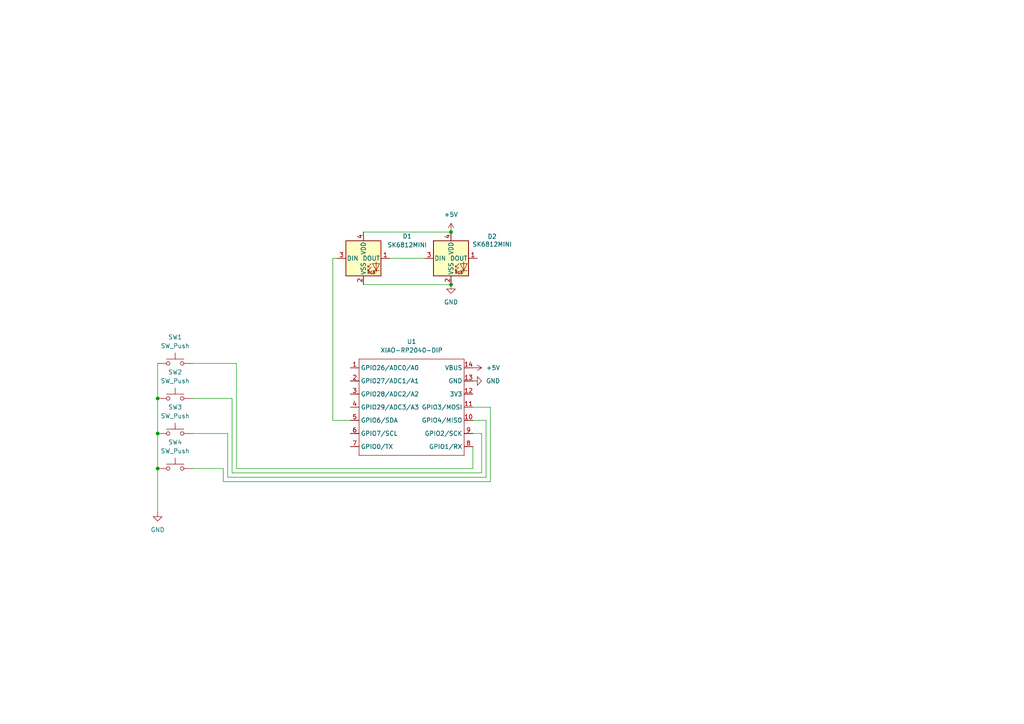
<source format=kicad_sch>
(kicad_sch
	(version 20250114)
	(generator "eeschema")
	(generator_version "9.0")
	(uuid "4079d1d6-68c1-4397-a97b-722c9ce8422f")
	(paper "A4")
	(lib_symbols
		(symbol "LED:SK6812MINI"
			(pin_names
				(offset 0.254)
			)
			(exclude_from_sim no)
			(in_bom yes)
			(on_board yes)
			(property "Reference" "D"
				(at 5.08 5.715 0)
				(effects
					(font
						(size 1.27 1.27)
					)
					(justify right bottom)
				)
			)
			(property "Value" "SK6812MINI"
				(at 1.27 -5.715 0)
				(effects
					(font
						(size 1.27 1.27)
					)
					(justify left top)
				)
			)
			(property "Footprint" "LED_SMD:LED_SK6812MINI_PLCC4_3.5x3.5mm_P1.75mm"
				(at 1.27 -7.62 0)
				(effects
					(font
						(size 1.27 1.27)
					)
					(justify left top)
					(hide yes)
				)
			)
			(property "Datasheet" "https://cdn-shop.adafruit.com/product-files/2686/SK6812MINI_REV.01-1-2.pdf"
				(at 2.54 -9.525 0)
				(effects
					(font
						(size 1.27 1.27)
					)
					(justify left top)
					(hide yes)
				)
			)
			(property "Description" "RGB LED with integrated controller"
				(at 0 0 0)
				(effects
					(font
						(size 1.27 1.27)
					)
					(hide yes)
				)
			)
			(property "ki_keywords" "RGB LED NeoPixel Mini addressable"
				(at 0 0 0)
				(effects
					(font
						(size 1.27 1.27)
					)
					(hide yes)
				)
			)
			(property "ki_fp_filters" "LED*SK6812MINI*PLCC*3.5x3.5mm*P1.75mm*"
				(at 0 0 0)
				(effects
					(font
						(size 1.27 1.27)
					)
					(hide yes)
				)
			)
			(symbol "SK6812MINI_0_0"
				(text "RGB"
					(at 2.286 -4.191 0)
					(effects
						(font
							(size 0.762 0.762)
						)
					)
				)
			)
			(symbol "SK6812MINI_0_1"
				(polyline
					(pts
						(xy 1.27 -2.54) (xy 1.778 -2.54)
					)
					(stroke
						(width 0)
						(type default)
					)
					(fill
						(type none)
					)
				)
				(polyline
					(pts
						(xy 1.27 -3.556) (xy 1.778 -3.556)
					)
					(stroke
						(width 0)
						(type default)
					)
					(fill
						(type none)
					)
				)
				(polyline
					(pts
						(xy 2.286 -1.524) (xy 1.27 -2.54) (xy 1.27 -2.032)
					)
					(stroke
						(width 0)
						(type default)
					)
					(fill
						(type none)
					)
				)
				(polyline
					(pts
						(xy 2.286 -2.54) (xy 1.27 -3.556) (xy 1.27 -3.048)
					)
					(stroke
						(width 0)
						(type default)
					)
					(fill
						(type none)
					)
				)
				(polyline
					(pts
						(xy 3.683 -1.016) (xy 3.683 -3.556) (xy 3.683 -4.064)
					)
					(stroke
						(width 0)
						(type default)
					)
					(fill
						(type none)
					)
				)
				(polyline
					(pts
						(xy 4.699 -1.524) (xy 2.667 -1.524) (xy 3.683 -3.556) (xy 4.699 -1.524)
					)
					(stroke
						(width 0)
						(type default)
					)
					(fill
						(type none)
					)
				)
				(polyline
					(pts
						(xy 4.699 -3.556) (xy 2.667 -3.556)
					)
					(stroke
						(width 0)
						(type default)
					)
					(fill
						(type none)
					)
				)
				(rectangle
					(start 5.08 5.08)
					(end -5.08 -5.08)
					(stroke
						(width 0.254)
						(type default)
					)
					(fill
						(type background)
					)
				)
			)
			(symbol "SK6812MINI_1_1"
				(pin input line
					(at -7.62 0 0)
					(length 2.54)
					(name "DIN"
						(effects
							(font
								(size 1.27 1.27)
							)
						)
					)
					(number "3"
						(effects
							(font
								(size 1.27 1.27)
							)
						)
					)
				)
				(pin power_in line
					(at 0 7.62 270)
					(length 2.54)
					(name "VDD"
						(effects
							(font
								(size 1.27 1.27)
							)
						)
					)
					(number "4"
						(effects
							(font
								(size 1.27 1.27)
							)
						)
					)
				)
				(pin power_in line
					(at 0 -7.62 90)
					(length 2.54)
					(name "VSS"
						(effects
							(font
								(size 1.27 1.27)
							)
						)
					)
					(number "2"
						(effects
							(font
								(size 1.27 1.27)
							)
						)
					)
				)
				(pin output line
					(at 7.62 0 180)
					(length 2.54)
					(name "DOUT"
						(effects
							(font
								(size 1.27 1.27)
							)
						)
					)
					(number "1"
						(effects
							(font
								(size 1.27 1.27)
							)
						)
					)
				)
			)
			(embedded_fonts no)
		)
		(symbol "Seeed_Studio_XIAO_Series:XIAO-RP2040-DIP"
			(exclude_from_sim no)
			(in_bom yes)
			(on_board yes)
			(property "Reference" "U"
				(at 0 0 0)
				(effects
					(font
						(size 1.27 1.27)
					)
				)
			)
			(property "Value" "XIAO-RP2040-DIP"
				(at 5.334 -1.778 0)
				(effects
					(font
						(size 1.27 1.27)
					)
				)
			)
			(property "Footprint" "Module:MOUDLE14P-XIAO-DIP-SMD"
				(at 14.478 -32.258 0)
				(effects
					(font
						(size 1.27 1.27)
					)
					(hide yes)
				)
			)
			(property "Datasheet" ""
				(at 0 0 0)
				(effects
					(font
						(size 1.27 1.27)
					)
					(hide yes)
				)
			)
			(property "Description" ""
				(at 0 0 0)
				(effects
					(font
						(size 1.27 1.27)
					)
					(hide yes)
				)
			)
			(symbol "XIAO-RP2040-DIP_1_0"
				(polyline
					(pts
						(xy -1.27 -2.54) (xy 29.21 -2.54)
					)
					(stroke
						(width 0.1524)
						(type solid)
					)
					(fill
						(type none)
					)
				)
				(polyline
					(pts
						(xy -1.27 -5.08) (xy -2.54 -5.08)
					)
					(stroke
						(width 0.1524)
						(type solid)
					)
					(fill
						(type none)
					)
				)
				(polyline
					(pts
						(xy -1.27 -5.08) (xy -1.27 -2.54)
					)
					(stroke
						(width 0.1524)
						(type solid)
					)
					(fill
						(type none)
					)
				)
				(polyline
					(pts
						(xy -1.27 -8.89) (xy -2.54 -8.89)
					)
					(stroke
						(width 0.1524)
						(type solid)
					)
					(fill
						(type none)
					)
				)
				(polyline
					(pts
						(xy -1.27 -8.89) (xy -1.27 -5.08)
					)
					(stroke
						(width 0.1524)
						(type solid)
					)
					(fill
						(type none)
					)
				)
				(polyline
					(pts
						(xy -1.27 -12.7) (xy -2.54 -12.7)
					)
					(stroke
						(width 0.1524)
						(type solid)
					)
					(fill
						(type none)
					)
				)
				(polyline
					(pts
						(xy -1.27 -12.7) (xy -1.27 -8.89)
					)
					(stroke
						(width 0.1524)
						(type solid)
					)
					(fill
						(type none)
					)
				)
				(polyline
					(pts
						(xy -1.27 -16.51) (xy -2.54 -16.51)
					)
					(stroke
						(width 0.1524)
						(type solid)
					)
					(fill
						(type none)
					)
				)
				(polyline
					(pts
						(xy -1.27 -16.51) (xy -1.27 -12.7)
					)
					(stroke
						(width 0.1524)
						(type solid)
					)
					(fill
						(type none)
					)
				)
				(polyline
					(pts
						(xy -1.27 -20.32) (xy -2.54 -20.32)
					)
					(stroke
						(width 0.1524)
						(type solid)
					)
					(fill
						(type none)
					)
				)
				(polyline
					(pts
						(xy -1.27 -24.13) (xy -2.54 -24.13)
					)
					(stroke
						(width 0.1524)
						(type solid)
					)
					(fill
						(type none)
					)
				)
				(polyline
					(pts
						(xy -1.27 -27.94) (xy -2.54 -27.94)
					)
					(stroke
						(width 0.1524)
						(type solid)
					)
					(fill
						(type none)
					)
				)
				(polyline
					(pts
						(xy -1.27 -30.48) (xy -1.27 -16.51)
					)
					(stroke
						(width 0.1524)
						(type solid)
					)
					(fill
						(type none)
					)
				)
				(polyline
					(pts
						(xy 29.21 -2.54) (xy 29.21 -5.08)
					)
					(stroke
						(width 0.1524)
						(type solid)
					)
					(fill
						(type none)
					)
				)
				(polyline
					(pts
						(xy 29.21 -5.08) (xy 29.21 -8.89)
					)
					(stroke
						(width 0.1524)
						(type solid)
					)
					(fill
						(type none)
					)
				)
				(polyline
					(pts
						(xy 29.21 -8.89) (xy 29.21 -12.7)
					)
					(stroke
						(width 0.1524)
						(type solid)
					)
					(fill
						(type none)
					)
				)
				(polyline
					(pts
						(xy 29.21 -12.7) (xy 29.21 -30.48)
					)
					(stroke
						(width 0.1524)
						(type solid)
					)
					(fill
						(type none)
					)
				)
				(polyline
					(pts
						(xy 29.21 -30.48) (xy -1.27 -30.48)
					)
					(stroke
						(width 0.1524)
						(type solid)
					)
					(fill
						(type none)
					)
				)
				(polyline
					(pts
						(xy 30.48 -5.08) (xy 29.21 -5.08)
					)
					(stroke
						(width 0.1524)
						(type solid)
					)
					(fill
						(type none)
					)
				)
				(polyline
					(pts
						(xy 30.48 -8.89) (xy 29.21 -8.89)
					)
					(stroke
						(width 0.1524)
						(type solid)
					)
					(fill
						(type none)
					)
				)
				(polyline
					(pts
						(xy 30.48 -12.7) (xy 29.21 -12.7)
					)
					(stroke
						(width 0.1524)
						(type solid)
					)
					(fill
						(type none)
					)
				)
				(polyline
					(pts
						(xy 30.48 -16.51) (xy 29.21 -16.51)
					)
					(stroke
						(width 0.1524)
						(type solid)
					)
					(fill
						(type none)
					)
				)
				(polyline
					(pts
						(xy 30.48 -20.32) (xy 29.21 -20.32)
					)
					(stroke
						(width 0.1524)
						(type solid)
					)
					(fill
						(type none)
					)
				)
				(polyline
					(pts
						(xy 30.48 -24.13) (xy 29.21 -24.13)
					)
					(stroke
						(width 0.1524)
						(type solid)
					)
					(fill
						(type none)
					)
				)
				(polyline
					(pts
						(xy 30.48 -27.94) (xy 29.21 -27.94)
					)
					(stroke
						(width 0.1524)
						(type solid)
					)
					(fill
						(type none)
					)
				)
				(pin passive line
					(at -3.81 -5.08 0)
					(length 2.54)
					(name "GPIO26/ADC0/A0"
						(effects
							(font
								(size 1.27 1.27)
							)
						)
					)
					(number "1"
						(effects
							(font
								(size 1.27 1.27)
							)
						)
					)
				)
				(pin passive line
					(at -3.81 -8.89 0)
					(length 2.54)
					(name "GPIO27/ADC1/A1"
						(effects
							(font
								(size 1.27 1.27)
							)
						)
					)
					(number "2"
						(effects
							(font
								(size 1.27 1.27)
							)
						)
					)
				)
				(pin passive line
					(at -3.81 -12.7 0)
					(length 2.54)
					(name "GPIO28/ADC2/A2"
						(effects
							(font
								(size 1.27 1.27)
							)
						)
					)
					(number "3"
						(effects
							(font
								(size 1.27 1.27)
							)
						)
					)
				)
				(pin passive line
					(at -3.81 -16.51 0)
					(length 2.54)
					(name "GPIO29/ADC3/A3"
						(effects
							(font
								(size 1.27 1.27)
							)
						)
					)
					(number "4"
						(effects
							(font
								(size 1.27 1.27)
							)
						)
					)
				)
				(pin passive line
					(at -3.81 -20.32 0)
					(length 2.54)
					(name "GPIO6/SDA"
						(effects
							(font
								(size 1.27 1.27)
							)
						)
					)
					(number "5"
						(effects
							(font
								(size 1.27 1.27)
							)
						)
					)
				)
				(pin passive line
					(at -3.81 -24.13 0)
					(length 2.54)
					(name "GPIO7/SCL"
						(effects
							(font
								(size 1.27 1.27)
							)
						)
					)
					(number "6"
						(effects
							(font
								(size 1.27 1.27)
							)
						)
					)
				)
				(pin passive line
					(at -3.81 -27.94 0)
					(length 2.54)
					(name "GPIO0/TX"
						(effects
							(font
								(size 1.27 1.27)
							)
						)
					)
					(number "7"
						(effects
							(font
								(size 1.27 1.27)
							)
						)
					)
				)
				(pin passive line
					(at 31.75 -5.08 180)
					(length 2.54)
					(name "VBUS"
						(effects
							(font
								(size 1.27 1.27)
							)
						)
					)
					(number "14"
						(effects
							(font
								(size 1.27 1.27)
							)
						)
					)
				)
				(pin passive line
					(at 31.75 -8.89 180)
					(length 2.54)
					(name "GND"
						(effects
							(font
								(size 1.27 1.27)
							)
						)
					)
					(number "13"
						(effects
							(font
								(size 1.27 1.27)
							)
						)
					)
				)
				(pin passive line
					(at 31.75 -12.7 180)
					(length 2.54)
					(name "3V3"
						(effects
							(font
								(size 1.27 1.27)
							)
						)
					)
					(number "12"
						(effects
							(font
								(size 1.27 1.27)
							)
						)
					)
				)
				(pin passive line
					(at 31.75 -16.51 180)
					(length 2.54)
					(name "GPIO3/MOSI"
						(effects
							(font
								(size 1.27 1.27)
							)
						)
					)
					(number "11"
						(effects
							(font
								(size 1.27 1.27)
							)
						)
					)
				)
				(pin passive line
					(at 31.75 -20.32 180)
					(length 2.54)
					(name "GPIO4/MISO"
						(effects
							(font
								(size 1.27 1.27)
							)
						)
					)
					(number "10"
						(effects
							(font
								(size 1.27 1.27)
							)
						)
					)
				)
				(pin passive line
					(at 31.75 -24.13 180)
					(length 2.54)
					(name "GPIO2/SCK"
						(effects
							(font
								(size 1.27 1.27)
							)
						)
					)
					(number "9"
						(effects
							(font
								(size 1.27 1.27)
							)
						)
					)
				)
				(pin passive line
					(at 31.75 -27.94 180)
					(length 2.54)
					(name "GPIO1/RX"
						(effects
							(font
								(size 1.27 1.27)
							)
						)
					)
					(number "8"
						(effects
							(font
								(size 1.27 1.27)
							)
						)
					)
				)
			)
			(embedded_fonts no)
		)
		(symbol "Switch:SW_Push"
			(pin_numbers
				(hide yes)
			)
			(pin_names
				(offset 1.016)
				(hide yes)
			)
			(exclude_from_sim no)
			(in_bom yes)
			(on_board yes)
			(property "Reference" "SW"
				(at 1.27 2.54 0)
				(effects
					(font
						(size 1.27 1.27)
					)
					(justify left)
				)
			)
			(property "Value" "SW_Push"
				(at 0 -1.524 0)
				(effects
					(font
						(size 1.27 1.27)
					)
				)
			)
			(property "Footprint" ""
				(at 0 5.08 0)
				(effects
					(font
						(size 1.27 1.27)
					)
					(hide yes)
				)
			)
			(property "Datasheet" "~"
				(at 0 5.08 0)
				(effects
					(font
						(size 1.27 1.27)
					)
					(hide yes)
				)
			)
			(property "Description" "Push button switch, generic, two pins"
				(at 0 0 0)
				(effects
					(font
						(size 1.27 1.27)
					)
					(hide yes)
				)
			)
			(property "ki_keywords" "switch normally-open pushbutton push-button"
				(at 0 0 0)
				(effects
					(font
						(size 1.27 1.27)
					)
					(hide yes)
				)
			)
			(symbol "SW_Push_0_1"
				(circle
					(center -2.032 0)
					(radius 0.508)
					(stroke
						(width 0)
						(type default)
					)
					(fill
						(type none)
					)
				)
				(polyline
					(pts
						(xy 0 1.27) (xy 0 3.048)
					)
					(stroke
						(width 0)
						(type default)
					)
					(fill
						(type none)
					)
				)
				(circle
					(center 2.032 0)
					(radius 0.508)
					(stroke
						(width 0)
						(type default)
					)
					(fill
						(type none)
					)
				)
				(polyline
					(pts
						(xy 2.54 1.27) (xy -2.54 1.27)
					)
					(stroke
						(width 0)
						(type default)
					)
					(fill
						(type none)
					)
				)
				(pin passive line
					(at -5.08 0 0)
					(length 2.54)
					(name "1"
						(effects
							(font
								(size 1.27 1.27)
							)
						)
					)
					(number "1"
						(effects
							(font
								(size 1.27 1.27)
							)
						)
					)
				)
				(pin passive line
					(at 5.08 0 180)
					(length 2.54)
					(name "2"
						(effects
							(font
								(size 1.27 1.27)
							)
						)
					)
					(number "2"
						(effects
							(font
								(size 1.27 1.27)
							)
						)
					)
				)
			)
			(embedded_fonts no)
		)
		(symbol "power:+5V"
			(power)
			(pin_numbers
				(hide yes)
			)
			(pin_names
				(offset 0)
				(hide yes)
			)
			(exclude_from_sim no)
			(in_bom yes)
			(on_board yes)
			(property "Reference" "#PWR"
				(at 0 -3.81 0)
				(effects
					(font
						(size 1.27 1.27)
					)
					(hide yes)
				)
			)
			(property "Value" "+5V"
				(at 0 3.556 0)
				(effects
					(font
						(size 1.27 1.27)
					)
				)
			)
			(property "Footprint" ""
				(at 0 0 0)
				(effects
					(font
						(size 1.27 1.27)
					)
					(hide yes)
				)
			)
			(property "Datasheet" ""
				(at 0 0 0)
				(effects
					(font
						(size 1.27 1.27)
					)
					(hide yes)
				)
			)
			(property "Description" "Power symbol creates a global label with name \"+5V\""
				(at 0 0 0)
				(effects
					(font
						(size 1.27 1.27)
					)
					(hide yes)
				)
			)
			(property "ki_keywords" "global power"
				(at 0 0 0)
				(effects
					(font
						(size 1.27 1.27)
					)
					(hide yes)
				)
			)
			(symbol "+5V_0_1"
				(polyline
					(pts
						(xy -0.762 1.27) (xy 0 2.54)
					)
					(stroke
						(width 0)
						(type default)
					)
					(fill
						(type none)
					)
				)
				(polyline
					(pts
						(xy 0 2.54) (xy 0.762 1.27)
					)
					(stroke
						(width 0)
						(type default)
					)
					(fill
						(type none)
					)
				)
				(polyline
					(pts
						(xy 0 0) (xy 0 2.54)
					)
					(stroke
						(width 0)
						(type default)
					)
					(fill
						(type none)
					)
				)
			)
			(symbol "+5V_1_1"
				(pin power_in line
					(at 0 0 90)
					(length 0)
					(name "~"
						(effects
							(font
								(size 1.27 1.27)
							)
						)
					)
					(number "1"
						(effects
							(font
								(size 1.27 1.27)
							)
						)
					)
				)
			)
			(embedded_fonts no)
		)
		(symbol "power:GND"
			(power)
			(pin_numbers
				(hide yes)
			)
			(pin_names
				(offset 0)
				(hide yes)
			)
			(exclude_from_sim no)
			(in_bom yes)
			(on_board yes)
			(property "Reference" "#PWR"
				(at 0 -6.35 0)
				(effects
					(font
						(size 1.27 1.27)
					)
					(hide yes)
				)
			)
			(property "Value" "GND"
				(at 0 -3.81 0)
				(effects
					(font
						(size 1.27 1.27)
					)
				)
			)
			(property "Footprint" ""
				(at 0 0 0)
				(effects
					(font
						(size 1.27 1.27)
					)
					(hide yes)
				)
			)
			(property "Datasheet" ""
				(at 0 0 0)
				(effects
					(font
						(size 1.27 1.27)
					)
					(hide yes)
				)
			)
			(property "Description" "Power symbol creates a global label with name \"GND\" , ground"
				(at 0 0 0)
				(effects
					(font
						(size 1.27 1.27)
					)
					(hide yes)
				)
			)
			(property "ki_keywords" "global power"
				(at 0 0 0)
				(effects
					(font
						(size 1.27 1.27)
					)
					(hide yes)
				)
			)
			(symbol "GND_0_1"
				(polyline
					(pts
						(xy 0 0) (xy 0 -1.27) (xy 1.27 -1.27) (xy 0 -2.54) (xy -1.27 -1.27) (xy 0 -1.27)
					)
					(stroke
						(width 0)
						(type default)
					)
					(fill
						(type none)
					)
				)
			)
			(symbol "GND_1_1"
				(pin power_in line
					(at 0 0 270)
					(length 0)
					(name "~"
						(effects
							(font
								(size 1.27 1.27)
							)
						)
					)
					(number "1"
						(effects
							(font
								(size 1.27 1.27)
							)
						)
					)
				)
			)
			(embedded_fonts no)
		)
	)
	(junction
		(at 130.81 82.55)
		(diameter 0)
		(color 0 0 0 0)
		(uuid "469a1e3a-e855-4b53-9490-6ad55e5aee89")
	)
	(junction
		(at 130.81 67.31)
		(diameter 0)
		(color 0 0 0 0)
		(uuid "4e256a41-73dd-4ad9-93e0-d70eed746e73")
	)
	(junction
		(at 45.72 115.57)
		(diameter 0)
		(color 0 0 0 0)
		(uuid "dffa1ec1-1794-4386-8968-fe2482c90703")
	)
	(junction
		(at 45.72 135.89)
		(diameter 0)
		(color 0 0 0 0)
		(uuid "ffa308bf-03e4-451f-98a3-61f4c92097c9")
	)
	(junction
		(at 45.72 125.73)
		(diameter 0)
		(color 0 0 0 0)
		(uuid "ffddab88-b52e-4299-bc7c-68f8dc958ce7")
	)
	(wire
		(pts
			(xy 139.7 125.73) (xy 137.16 125.73)
		)
		(stroke
			(width 0)
			(type default)
		)
		(uuid "019c76a4-1957-4442-b0ec-377e0ab77883")
	)
	(wire
		(pts
			(xy 96.52 121.92) (xy 96.52 74.93)
		)
		(stroke
			(width 0)
			(type default)
		)
		(uuid "02d702f3-3596-43a7-b11d-a6ef8e9d10d9")
	)
	(wire
		(pts
			(xy 45.72 125.73) (xy 45.72 135.89)
		)
		(stroke
			(width 0)
			(type default)
		)
		(uuid "0ab880c6-d3e3-4c04-bd2b-641c95bebf44")
	)
	(wire
		(pts
			(xy 140.97 121.92) (xy 137.16 121.92)
		)
		(stroke
			(width 0)
			(type default)
		)
		(uuid "0f0134d6-6e6a-438a-a8ad-10ad44d9c63b")
	)
	(wire
		(pts
			(xy 55.88 125.73) (xy 66.04 125.73)
		)
		(stroke
			(width 0)
			(type default)
		)
		(uuid "1d27a1dc-07b1-480f-b444-ee7ca08e991e")
	)
	(wire
		(pts
			(xy 105.41 67.31) (xy 130.81 67.31)
		)
		(stroke
			(width 0)
			(type default)
		)
		(uuid "1f7be728-06aa-47ed-a0e8-9c9f118bb636")
	)
	(wire
		(pts
			(xy 96.52 74.93) (xy 97.79 74.93)
		)
		(stroke
			(width 0)
			(type default)
		)
		(uuid "2a33c938-ba03-4bf9-8659-f534643d2c06")
	)
	(wire
		(pts
			(xy 55.88 115.57) (xy 67.31 115.57)
		)
		(stroke
			(width 0)
			(type default)
		)
		(uuid "2f5e42b2-c022-4eef-966b-8f19456619a8")
	)
	(wire
		(pts
			(xy 55.88 135.89) (xy 64.77 135.89)
		)
		(stroke
			(width 0)
			(type default)
		)
		(uuid "31a2dc91-cb1c-47c0-82e1-9f90a7763e3e")
	)
	(wire
		(pts
			(xy 137.16 118.11) (xy 142.24 118.11)
		)
		(stroke
			(width 0)
			(type default)
		)
		(uuid "415846b4-26d2-49ad-8cf6-46dbed19a329")
	)
	(wire
		(pts
			(xy 101.6 121.92) (xy 96.52 121.92)
		)
		(stroke
			(width 0)
			(type default)
		)
		(uuid "5043591d-c235-4899-8a2d-919c216781ef")
	)
	(wire
		(pts
			(xy 45.72 115.57) (xy 45.72 125.73)
		)
		(stroke
			(width 0)
			(type default)
		)
		(uuid "56c9bad3-f8fc-4f10-8c25-2060fe7fd10f")
	)
	(wire
		(pts
			(xy 67.31 115.57) (xy 67.31 137.16)
		)
		(stroke
			(width 0)
			(type default)
		)
		(uuid "6fe5bc76-b83d-4dc7-9bed-a52cdf2be44b")
	)
	(wire
		(pts
			(xy 67.31 137.16) (xy 139.7 137.16)
		)
		(stroke
			(width 0)
			(type default)
		)
		(uuid "8f7e5009-d73b-4abf-bd77-21ae8327a86f")
	)
	(wire
		(pts
			(xy 66.04 125.73) (xy 66.04 138.43)
		)
		(stroke
			(width 0)
			(type default)
		)
		(uuid "97d5a8f2-f683-4c21-b82b-f9db64404524")
	)
	(wire
		(pts
			(xy 68.58 135.89) (xy 137.16 135.89)
		)
		(stroke
			(width 0)
			(type default)
		)
		(uuid "9bac8537-c2a6-4327-baed-89ef3ad10405")
	)
	(wire
		(pts
			(xy 113.03 74.93) (xy 123.19 74.93)
		)
		(stroke
			(width 0)
			(type default)
		)
		(uuid "a12d0e31-22fb-430f-b910-0e30a36936c3")
	)
	(wire
		(pts
			(xy 68.58 105.41) (xy 68.58 135.89)
		)
		(stroke
			(width 0)
			(type default)
		)
		(uuid "a84c399b-40e1-4940-af94-a73160e2655e")
	)
	(wire
		(pts
			(xy 142.24 139.7) (xy 142.24 118.11)
		)
		(stroke
			(width 0)
			(type default)
		)
		(uuid "a881fecb-68fd-42b6-b0b6-50bbf7d6b678")
	)
	(wire
		(pts
			(xy 140.97 138.43) (xy 140.97 121.92)
		)
		(stroke
			(width 0)
			(type default)
		)
		(uuid "a9b1595f-4093-41fb-9000-5d62f32ca47d")
	)
	(wire
		(pts
			(xy 105.41 82.55) (xy 130.81 82.55)
		)
		(stroke
			(width 0)
			(type default)
		)
		(uuid "ab9e9bd9-75f0-41a7-999f-4e582f0c5f7a")
	)
	(wire
		(pts
			(xy 45.72 135.89) (xy 45.72 148.59)
		)
		(stroke
			(width 0)
			(type default)
		)
		(uuid "af91b8fe-1142-4c0b-8cc4-b4e4aaefd4a3")
	)
	(wire
		(pts
			(xy 139.7 137.16) (xy 139.7 125.73)
		)
		(stroke
			(width 0)
			(type default)
		)
		(uuid "b7e67305-6b29-430b-9a37-9fdeecf164a3")
	)
	(wire
		(pts
			(xy 55.88 105.41) (xy 68.58 105.41)
		)
		(stroke
			(width 0)
			(type default)
		)
		(uuid "b9d5187e-c8dd-4529-85f1-4cfcdbff1271")
	)
	(wire
		(pts
			(xy 66.04 138.43) (xy 140.97 138.43)
		)
		(stroke
			(width 0)
			(type default)
		)
		(uuid "d283ac47-de98-42b5-ad8e-340cdd132750")
	)
	(wire
		(pts
			(xy 137.16 135.89) (xy 137.16 129.54)
		)
		(stroke
			(width 0)
			(type default)
		)
		(uuid "e1c4ecf2-bda1-4ec5-86a8-3e98c483cd6c")
	)
	(wire
		(pts
			(xy 64.77 135.89) (xy 64.77 139.7)
		)
		(stroke
			(width 0)
			(type default)
		)
		(uuid "e52dba50-ebb0-49ff-8838-62cca3881272")
	)
	(wire
		(pts
			(xy 45.72 105.41) (xy 45.72 115.57)
		)
		(stroke
			(width 0)
			(type default)
		)
		(uuid "e843b0ea-18dd-4b9f-af26-f742dfd46c29")
	)
	(wire
		(pts
			(xy 64.77 139.7) (xy 142.24 139.7)
		)
		(stroke
			(width 0)
			(type default)
		)
		(uuid "ee0c219f-f3f4-414b-bdba-e8a2a1390971")
	)
	(symbol
		(lib_id "power:GND")
		(at 137.16 110.49 90)
		(unit 1)
		(exclude_from_sim no)
		(in_bom yes)
		(on_board yes)
		(dnp no)
		(fields_autoplaced yes)
		(uuid "1eee5db8-81e2-41f3-be46-3acfa1c4bb6c")
		(property "Reference" "#PWR06"
			(at 143.51 110.49 0)
			(effects
				(font
					(size 1.27 1.27)
				)
				(hide yes)
			)
		)
		(property "Value" "GND"
			(at 140.97 110.4899 90)
			(effects
				(font
					(size 1.27 1.27)
				)
				(justify right)
			)
		)
		(property "Footprint" ""
			(at 137.16 110.49 0)
			(effects
				(font
					(size 1.27 1.27)
				)
				(hide yes)
			)
		)
		(property "Datasheet" ""
			(at 137.16 110.49 0)
			(effects
				(font
					(size 1.27 1.27)
				)
				(hide yes)
			)
		)
		(property "Description" "Power symbol creates a global label with name \"GND\" , ground"
			(at 137.16 110.49 0)
			(effects
				(font
					(size 1.27 1.27)
				)
				(hide yes)
			)
		)
		(pin "1"
			(uuid "e26d19b9-e94b-49af-9037-8436995a9e5c")
		)
		(instances
			(project ""
				(path "/4079d1d6-68c1-4397-a97b-722c9ce8422f"
					(reference "#PWR06")
					(unit 1)
				)
			)
		)
	)
	(symbol
		(lib_id "power:GND")
		(at 130.81 82.55 0)
		(unit 1)
		(exclude_from_sim no)
		(in_bom yes)
		(on_board yes)
		(dnp no)
		(fields_autoplaced yes)
		(uuid "427767b5-5c41-4c37-8ff7-ca0b0653c961")
		(property "Reference" "#PWR05"
			(at 130.81 88.9 0)
			(effects
				(font
					(size 1.27 1.27)
				)
				(hide yes)
			)
		)
		(property "Value" "GND"
			(at 130.81 87.63 0)
			(effects
				(font
					(size 1.27 1.27)
				)
			)
		)
		(property "Footprint" ""
			(at 130.81 82.55 0)
			(effects
				(font
					(size 1.27 1.27)
				)
				(hide yes)
			)
		)
		(property "Datasheet" ""
			(at 130.81 82.55 0)
			(effects
				(font
					(size 1.27 1.27)
				)
				(hide yes)
			)
		)
		(property "Description" "Power symbol creates a global label with name \"GND\" , ground"
			(at 130.81 82.55 0)
			(effects
				(font
					(size 1.27 1.27)
				)
				(hide yes)
			)
		)
		(pin "1"
			(uuid "15dfb801-d49a-44ee-99e3-a5b8b79b13ec")
		)
		(instances
			(project ""
				(path "/4079d1d6-68c1-4397-a97b-722c9ce8422f"
					(reference "#PWR05")
					(unit 1)
				)
			)
		)
	)
	(symbol
		(lib_id "LED:SK6812MINI")
		(at 130.81 74.93 0)
		(unit 1)
		(exclude_from_sim no)
		(in_bom yes)
		(on_board yes)
		(dnp no)
		(uuid "4bdd49ed-4718-42fd-a241-0b659abdfa5d")
		(property "Reference" "D2"
			(at 142.748 68.58 0)
			(effects
				(font
					(size 1.27 1.27)
				)
			)
		)
		(property "Value" "SK6812MINI"
			(at 142.748 70.866 0)
			(effects
				(font
					(size 1.27 1.27)
				)
			)
		)
		(property "Footprint" "LED_SMD:LED_SK6812MINI_PLCC4_3.5x3.5mm_P1.75mm"
			(at 132.08 82.55 0)
			(effects
				(font
					(size 1.27 1.27)
				)
				(justify left top)
				(hide yes)
			)
		)
		(property "Datasheet" "https://cdn-shop.adafruit.com/product-files/2686/SK6812MINI_REV.01-1-2.pdf"
			(at 133.35 84.455 0)
			(effects
				(font
					(size 1.27 1.27)
				)
				(justify left top)
				(hide yes)
			)
		)
		(property "Description" "RGB LED with integrated controller"
			(at 130.81 74.93 0)
			(effects
				(font
					(size 1.27 1.27)
				)
				(hide yes)
			)
		)
		(pin "1"
			(uuid "2f0aabf8-3066-4692-8170-c40b397b430f")
		)
		(pin "2"
			(uuid "2d0d59ec-dbe9-4f74-a5a5-7be082a8b550")
		)
		(pin "4"
			(uuid "e90be94a-e3d0-45e8-b71d-2cd5260518de")
		)
		(pin "3"
			(uuid "e447a5d3-f289-4f2c-9809-63ef4fe87e69")
		)
		(instances
			(project ""
				(path "/4079d1d6-68c1-4397-a97b-722c9ce8422f"
					(reference "D2")
					(unit 1)
				)
			)
		)
	)
	(symbol
		(lib_id "power:+5V")
		(at 130.81 67.31 0)
		(unit 1)
		(exclude_from_sim no)
		(in_bom yes)
		(on_board yes)
		(dnp no)
		(fields_autoplaced yes)
		(uuid "4e542670-5a3d-4195-8b9a-bf118f586c63")
		(property "Reference" "#PWR04"
			(at 130.81 71.12 0)
			(effects
				(font
					(size 1.27 1.27)
				)
				(hide yes)
			)
		)
		(property "Value" "+5V"
			(at 130.81 62.23 0)
			(effects
				(font
					(size 1.27 1.27)
				)
			)
		)
		(property "Footprint" ""
			(at 130.81 67.31 0)
			(effects
				(font
					(size 1.27 1.27)
				)
				(hide yes)
			)
		)
		(property "Datasheet" ""
			(at 130.81 67.31 0)
			(effects
				(font
					(size 1.27 1.27)
				)
				(hide yes)
			)
		)
		(property "Description" "Power symbol creates a global label with name \"+5V\""
			(at 130.81 67.31 0)
			(effects
				(font
					(size 1.27 1.27)
				)
				(hide yes)
			)
		)
		(pin "1"
			(uuid "2ab928c5-d305-4570-a3a6-d8a8eeeaa0fc")
		)
		(instances
			(project ""
				(path "/4079d1d6-68c1-4397-a97b-722c9ce8422f"
					(reference "#PWR04")
					(unit 1)
				)
			)
		)
	)
	(symbol
		(lib_id "Seeed_Studio_XIAO_Series:XIAO-RP2040-DIP")
		(at 105.41 101.6 0)
		(unit 1)
		(exclude_from_sim no)
		(in_bom yes)
		(on_board yes)
		(dnp no)
		(fields_autoplaced yes)
		(uuid "577b7f46-6fad-4be8-907b-e15947b34c76")
		(property "Reference" "U1"
			(at 119.38 99.06 0)
			(effects
				(font
					(size 1.27 1.27)
				)
			)
		)
		(property "Value" "XIAO-RP2040-DIP"
			(at 119.38 101.6 0)
			(effects
				(font
					(size 1.27 1.27)
				)
			)
		)
		(property "Footprint" "Seeed Studio XIAO Series Library:XIAO-RP2040-DIP"
			(at 119.888 133.858 0)
			(effects
				(font
					(size 1.27 1.27)
				)
				(hide yes)
			)
		)
		(property "Datasheet" ""
			(at 105.41 101.6 0)
			(effects
				(font
					(size 1.27 1.27)
				)
				(hide yes)
			)
		)
		(property "Description" ""
			(at 105.41 101.6 0)
			(effects
				(font
					(size 1.27 1.27)
				)
				(hide yes)
			)
		)
		(pin "4"
			(uuid "b25abe93-1dc4-4671-902b-9d921e94513f")
		)
		(pin "14"
			(uuid "27e7f287-3b09-4bdb-993d-46148d7b212d")
		)
		(pin "3"
			(uuid "23c381b3-ff62-4fc8-821c-035abd24d22e")
		)
		(pin "13"
			(uuid "89c83dcd-870e-4b0a-bb1c-bcbb06a9e648")
		)
		(pin "1"
			(uuid "e0e6f879-1710-4f1d-9cdf-bf070dbe10c2")
		)
		(pin "2"
			(uuid "e6355ee1-9727-4aed-acf2-0f766bce2a4e")
		)
		(pin "7"
			(uuid "1038872b-a0d5-4e22-b11e-388590fa3eb2")
		)
		(pin "5"
			(uuid "aac03bdc-0956-476c-8d1e-4f90ded37c5a")
		)
		(pin "6"
			(uuid "8d056cac-879b-4688-8990-91ead8aba193")
		)
		(pin "11"
			(uuid "fdadbde8-8244-4b52-b63f-59257be1dc1e")
		)
		(pin "12"
			(uuid "ab463e44-84eb-4f5c-9190-a50b2dc1efe3")
		)
		(pin "9"
			(uuid "94e04936-9a32-4bd1-9b4d-e1ffe4f0340b")
		)
		(pin "10"
			(uuid "51e4c02f-c137-4d3c-ad3e-cbe8d414e25a")
		)
		(pin "8"
			(uuid "55ffc654-5bf0-4223-afb6-5750a5f46bcf")
		)
		(instances
			(project ""
				(path "/4079d1d6-68c1-4397-a97b-722c9ce8422f"
					(reference "U1")
					(unit 1)
				)
			)
		)
	)
	(symbol
		(lib_id "Switch:SW_Push")
		(at 50.8 115.57 0)
		(unit 1)
		(exclude_from_sim no)
		(in_bom yes)
		(on_board yes)
		(dnp no)
		(fields_autoplaced yes)
		(uuid "7829880b-86ab-426e-8c4a-270539a9743c")
		(property "Reference" "SW2"
			(at 50.8 107.95 0)
			(effects
				(font
					(size 1.27 1.27)
				)
			)
		)
		(property "Value" "SW_Push"
			(at 50.8 110.49 0)
			(effects
				(font
					(size 1.27 1.27)
				)
			)
		)
		(property "Footprint" "Button_Switch_Keyboard:SW_Cherry_MX_1.00u_PCB"
			(at 50.8 110.49 0)
			(effects
				(font
					(size 1.27 1.27)
				)
				(hide yes)
			)
		)
		(property "Datasheet" "~"
			(at 50.8 110.49 0)
			(effects
				(font
					(size 1.27 1.27)
				)
				(hide yes)
			)
		)
		(property "Description" "Push button switch, generic, two pins"
			(at 50.8 115.57 0)
			(effects
				(font
					(size 1.27 1.27)
				)
				(hide yes)
			)
		)
		(pin "1"
			(uuid "9d091c00-fbb1-4cf7-a988-723e61cb7d43")
		)
		(pin "2"
			(uuid "9ddbcd6b-c4ea-419d-b86a-b84dc618f264")
		)
		(instances
			(project ""
				(path "/4079d1d6-68c1-4397-a97b-722c9ce8422f"
					(reference "SW2")
					(unit 1)
				)
			)
		)
	)
	(symbol
		(lib_id "power:GND")
		(at 45.72 148.59 0)
		(unit 1)
		(exclude_from_sim no)
		(in_bom yes)
		(on_board yes)
		(dnp no)
		(fields_autoplaced yes)
		(uuid "78be55da-3b4b-4bfe-acdc-e0986fd53547")
		(property "Reference" "#PWR01"
			(at 45.72 154.94 0)
			(effects
				(font
					(size 1.27 1.27)
				)
				(hide yes)
			)
		)
		(property "Value" "GND"
			(at 45.72 153.67 0)
			(effects
				(font
					(size 1.27 1.27)
				)
			)
		)
		(property "Footprint" ""
			(at 45.72 148.59 0)
			(effects
				(font
					(size 1.27 1.27)
				)
				(hide yes)
			)
		)
		(property "Datasheet" ""
			(at 45.72 148.59 0)
			(effects
				(font
					(size 1.27 1.27)
				)
				(hide yes)
			)
		)
		(property "Description" "Power symbol creates a global label with name \"GND\" , ground"
			(at 45.72 148.59 0)
			(effects
				(font
					(size 1.27 1.27)
				)
				(hide yes)
			)
		)
		(pin "1"
			(uuid "ad05e080-5bcf-4c32-847d-8c24e6f525e5")
		)
		(instances
			(project ""
				(path "/4079d1d6-68c1-4397-a97b-722c9ce8422f"
					(reference "#PWR01")
					(unit 1)
				)
			)
		)
	)
	(symbol
		(lib_id "power:+5V")
		(at 137.16 106.68 270)
		(unit 1)
		(exclude_from_sim no)
		(in_bom yes)
		(on_board yes)
		(dnp no)
		(fields_autoplaced yes)
		(uuid "8312cf7a-1a45-42b4-8bb9-c22aee037293")
		(property "Reference" "#PWR03"
			(at 133.35 106.68 0)
			(effects
				(font
					(size 1.27 1.27)
				)
				(hide yes)
			)
		)
		(property "Value" "+5V"
			(at 140.97 106.6799 90)
			(effects
				(font
					(size 1.27 1.27)
				)
				(justify left)
			)
		)
		(property "Footprint" ""
			(at 137.16 106.68 0)
			(effects
				(font
					(size 1.27 1.27)
				)
				(hide yes)
			)
		)
		(property "Datasheet" ""
			(at 137.16 106.68 0)
			(effects
				(font
					(size 1.27 1.27)
				)
				(hide yes)
			)
		)
		(property "Description" "Power symbol creates a global label with name \"+5V\""
			(at 137.16 106.68 0)
			(effects
				(font
					(size 1.27 1.27)
				)
				(hide yes)
			)
		)
		(pin "1"
			(uuid "ea5a3625-267b-4add-88cb-6fe56ad0d6ed")
		)
		(instances
			(project ""
				(path "/4079d1d6-68c1-4397-a97b-722c9ce8422f"
					(reference "#PWR03")
					(unit 1)
				)
			)
		)
	)
	(symbol
		(lib_id "Switch:SW_Push")
		(at 50.8 125.73 0)
		(unit 1)
		(exclude_from_sim no)
		(in_bom yes)
		(on_board yes)
		(dnp no)
		(fields_autoplaced yes)
		(uuid "8bbd47a6-e4ab-4750-b5a2-1a0b3a14956e")
		(property "Reference" "SW3"
			(at 50.8 118.11 0)
			(effects
				(font
					(size 1.27 1.27)
				)
			)
		)
		(property "Value" "SW_Push"
			(at 50.8 120.65 0)
			(effects
				(font
					(size 1.27 1.27)
				)
			)
		)
		(property "Footprint" "Button_Switch_Keyboard:SW_Cherry_MX_1.00u_PCB"
			(at 50.8 120.65 0)
			(effects
				(font
					(size 1.27 1.27)
				)
				(hide yes)
			)
		)
		(property "Datasheet" "~"
			(at 50.8 120.65 0)
			(effects
				(font
					(size 1.27 1.27)
				)
				(hide yes)
			)
		)
		(property "Description" "Push button switch, generic, two pins"
			(at 50.8 125.73 0)
			(effects
				(font
					(size 1.27 1.27)
				)
				(hide yes)
			)
		)
		(pin "2"
			(uuid "0adbbbbb-d729-4f88-b1db-8b850a0d66fc")
		)
		(pin "1"
			(uuid "f2561981-b6e6-44da-b24b-c0f7bb8c7b27")
		)
		(instances
			(project ""
				(path "/4079d1d6-68c1-4397-a97b-722c9ce8422f"
					(reference "SW3")
					(unit 1)
				)
			)
		)
	)
	(symbol
		(lib_id "Switch:SW_Push")
		(at 50.8 135.89 0)
		(unit 1)
		(exclude_from_sim no)
		(in_bom yes)
		(on_board yes)
		(dnp no)
		(fields_autoplaced yes)
		(uuid "8c1ceb95-456f-4e11-9093-9c7d334e7698")
		(property "Reference" "SW4"
			(at 50.8 128.27 0)
			(effects
				(font
					(size 1.27 1.27)
				)
			)
		)
		(property "Value" "SW_Push"
			(at 50.8 130.81 0)
			(effects
				(font
					(size 1.27 1.27)
				)
			)
		)
		(property "Footprint" "Button_Switch_Keyboard:SW_Cherry_MX_1.00u_PCB"
			(at 50.8 130.81 0)
			(effects
				(font
					(size 1.27 1.27)
				)
				(hide yes)
			)
		)
		(property "Datasheet" "~"
			(at 50.8 130.81 0)
			(effects
				(font
					(size 1.27 1.27)
				)
				(hide yes)
			)
		)
		(property "Description" "Push button switch, generic, two pins"
			(at 50.8 135.89 0)
			(effects
				(font
					(size 1.27 1.27)
				)
				(hide yes)
			)
		)
		(pin "1"
			(uuid "1224ce4c-c0cb-4dab-af1e-19dc0d757184")
		)
		(pin "2"
			(uuid "3c91f2a7-11f0-4a33-bede-5efa98884bc2")
		)
		(instances
			(project ""
				(path "/4079d1d6-68c1-4397-a97b-722c9ce8422f"
					(reference "SW4")
					(unit 1)
				)
			)
		)
	)
	(symbol
		(lib_id "Switch:SW_Push")
		(at 50.8 105.41 0)
		(unit 1)
		(exclude_from_sim no)
		(in_bom yes)
		(on_board yes)
		(dnp no)
		(fields_autoplaced yes)
		(uuid "d53e8c0f-3d2e-476f-b583-c8163353e0ad")
		(property "Reference" "SW1"
			(at 50.8 97.79 0)
			(effects
				(font
					(size 1.27 1.27)
				)
			)
		)
		(property "Value" "SW_Push"
			(at 50.8 100.33 0)
			(effects
				(font
					(size 1.27 1.27)
				)
			)
		)
		(property "Footprint" "Button_Switch_Keyboard:SW_Cherry_MX_1.00u_PCB"
			(at 50.8 100.33 0)
			(effects
				(font
					(size 1.27 1.27)
				)
				(hide yes)
			)
		)
		(property "Datasheet" "~"
			(at 50.8 100.33 0)
			(effects
				(font
					(size 1.27 1.27)
				)
				(hide yes)
			)
		)
		(property "Description" "Push button switch, generic, two pins"
			(at 50.8 105.41 0)
			(effects
				(font
					(size 1.27 1.27)
				)
				(hide yes)
			)
		)
		(pin "2"
			(uuid "19495b05-19c7-4146-8d3d-6a7c6c490286")
		)
		(pin "1"
			(uuid "9c3a8d03-5e69-4125-99c7-786c00e7647b")
		)
		(instances
			(project ""
				(path "/4079d1d6-68c1-4397-a97b-722c9ce8422f"
					(reference "SW1")
					(unit 1)
				)
			)
		)
	)
	(symbol
		(lib_id "LED:SK6812MINI")
		(at 105.41 74.93 0)
		(unit 1)
		(exclude_from_sim no)
		(in_bom yes)
		(on_board yes)
		(dnp no)
		(uuid "e420bb3c-e82d-4694-9519-745bb4dc6c3f")
		(property "Reference" "D1"
			(at 118.11 68.5098 0)
			(effects
				(font
					(size 1.27 1.27)
				)
			)
		)
		(property "Value" "SK6812MINI"
			(at 118.11 71.0498 0)
			(effects
				(font
					(size 1.27 1.27)
				)
			)
		)
		(property "Footprint" "LED_SMD:LED_SK6812MINI_PLCC4_3.5x3.5mm_P1.75mm"
			(at 106.68 82.55 0)
			(effects
				(font
					(size 1.27 1.27)
				)
				(justify left top)
				(hide yes)
			)
		)
		(property "Datasheet" "https://cdn-shop.adafruit.com/product-files/2686/SK6812MINI_REV.01-1-2.pdf"
			(at 107.95 84.455 0)
			(effects
				(font
					(size 1.27 1.27)
				)
				(justify left top)
				(hide yes)
			)
		)
		(property "Description" "RGB LED with integrated controller"
			(at 105.41 74.93 0)
			(effects
				(font
					(size 1.27 1.27)
				)
				(hide yes)
			)
		)
		(pin "2"
			(uuid "33b4c27f-8973-4cae-b32f-a9df679759dc")
		)
		(pin "4"
			(uuid "b4d125fb-58a7-4751-8e15-d0a34b55d345")
		)
		(pin "3"
			(uuid "b375e4ed-7299-41e4-81aa-ed7597aa1121")
		)
		(pin "1"
			(uuid "7edd6806-dee3-4393-9648-6cf86dc65a4c")
		)
		(instances
			(project ""
				(path "/4079d1d6-68c1-4397-a97b-722c9ce8422f"
					(reference "D1")
					(unit 1)
				)
			)
		)
	)
	(sheet_instances
		(path "/"
			(page "1")
		)
	)
	(embedded_fonts no)
)

</source>
